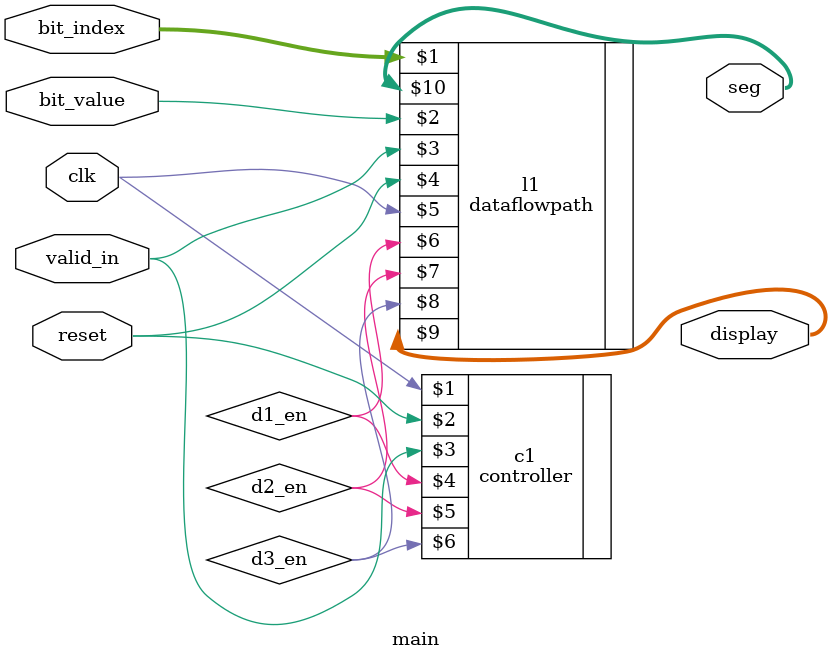
<source format=sv>
module main(input logic [2:0] bit_index,input logic bit_value,input logic valid_in ,
            input logic reset,input logic clk,
            output logic [6:0]display,output logic [1:0]seg);
 logic d1_en;
 logic d2_en;
 logic d3_en;
 
 controller c1(clk,reset,valid_in,d1_en,d2_en,d3_en);
 dataflowpath l1(bit_index,bit_value,valid_in,reset,clk,d1_en,d2_en,d3_en,display,seg);
 
 
endmodule

</source>
